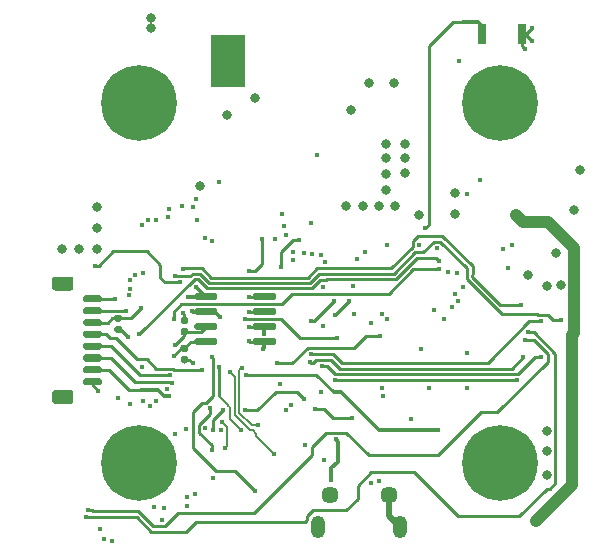
<source format=gbr>
%TF.GenerationSoftware,KiCad,Pcbnew,(5.1.6-0-10_14)*%
%TF.CreationDate,2020-11-09T18:58:44+11:00*%
%TF.ProjectId,spartan_mk1,73706172-7461-46e5-9f6d-6b312e6b6963,rev?*%
%TF.SameCoordinates,Original*%
%TF.FileFunction,Copper,L4,Bot*%
%TF.FilePolarity,Positive*%
%FSLAX46Y46*%
G04 Gerber Fmt 4.6, Leading zero omitted, Abs format (unit mm)*
G04 Created by KiCad (PCBNEW (5.1.6-0-10_14)) date 2020-11-09 18:58:44*
%MOMM*%
%LPD*%
G01*
G04 APERTURE LIST*
%TA.AperFunction,ComponentPad*%
%ADD10C,1.450000*%
%TD*%
%TA.AperFunction,ComponentPad*%
%ADD11O,1.200000X1.900000*%
%TD*%
%TA.AperFunction,ComponentPad*%
%ADD12C,6.400000*%
%TD*%
%TA.AperFunction,ComponentPad*%
%ADD13C,0.800000*%
%TD*%
%TA.AperFunction,Conductor*%
%ADD14R,2.950000X4.500000*%
%TD*%
%TA.AperFunction,ViaPad*%
%ADD15C,0.600000*%
%TD*%
%TA.AperFunction,SMDPad,CuDef*%
%ADD16R,0.800000X1.700000*%
%TD*%
%TA.AperFunction,ViaPad*%
%ADD17C,0.800000*%
%TD*%
%TA.AperFunction,ViaPad*%
%ADD18C,0.450000*%
%TD*%
%TA.AperFunction,ViaPad*%
%ADD19C,1.000000*%
%TD*%
%TA.AperFunction,Conductor*%
%ADD20C,0.250000*%
%TD*%
%TA.AperFunction,Conductor*%
%ADD21C,0.300000*%
%TD*%
%TA.AperFunction,Conductor*%
%ADD22C,1.000000*%
%TD*%
%TA.AperFunction,Conductor*%
%ADD23C,0.500000*%
%TD*%
%TA.AperFunction,Conductor*%
%ADD24C,0.200000*%
%TD*%
G04 APERTURE END LIST*
D10*
%TO.P,J1,6*%
%TO.N,Net-(J1-Pad6)*%
X76100000Y-93237500D03*
X81100000Y-93237500D03*
D11*
X75100000Y-95937500D03*
X82100000Y-95937500D03*
%TD*%
%TO.P,R16,2*%
%TO.N,/SPI_ESC_MISO*%
%TA.AperFunction,SMDPad,CuDef*%
G36*
G01*
X58372500Y-78525000D02*
X58027500Y-78525000D01*
G75*
G02*
X57880000Y-78377500I0J147500D01*
G01*
X57880000Y-78082500D01*
G75*
G02*
X58027500Y-77935000I147500J0D01*
G01*
X58372500Y-77935000D01*
G75*
G02*
X58520000Y-78082500I0J-147500D01*
G01*
X58520000Y-78377500D01*
G75*
G02*
X58372500Y-78525000I-147500J0D01*
G01*
G37*
%TD.AperFunction*%
%TO.P,R16,1*%
%TO.N,GND*%
%TA.AperFunction,SMDPad,CuDef*%
G36*
G01*
X58372500Y-79495000D02*
X58027500Y-79495000D01*
G75*
G02*
X57880000Y-79347500I0J147500D01*
G01*
X57880000Y-79052500D01*
G75*
G02*
X58027500Y-78905000I147500J0D01*
G01*
X58372500Y-78905000D01*
G75*
G02*
X58520000Y-79052500I0J-147500D01*
G01*
X58520000Y-79347500D01*
G75*
G02*
X58372500Y-79495000I-147500J0D01*
G01*
G37*
%TD.AperFunction*%
%TD*%
D12*
%TO.P,H3,1*%
%TO.N,GND*%
X90500000Y-60000000D03*
D13*
X92900000Y-60000000D03*
X92197056Y-61697056D03*
X90500000Y-62400000D03*
X88802944Y-61697056D03*
X88100000Y-60000000D03*
X88802944Y-58302944D03*
X90500000Y-57600000D03*
X92197056Y-58302944D03*
%TD*%
D12*
%TO.P,H1,1*%
%TO.N,GND*%
X90500000Y-90500000D03*
D13*
X92900000Y-90500000D03*
X92197056Y-92197056D03*
X90500000Y-92900000D03*
X88802944Y-92197056D03*
X88100000Y-90500000D03*
X88802944Y-88802944D03*
X90500000Y-88100000D03*
X92197056Y-88802944D03*
%TD*%
%TO.P,H2,1*%
%TO.N,GND*%
X61697056Y-88802944D03*
X60000000Y-88100000D03*
X58302944Y-88802944D03*
X57600000Y-90500000D03*
X58302944Y-92197056D03*
X60000000Y-92900000D03*
X61697056Y-92197056D03*
X62400000Y-90500000D03*
D12*
X60000000Y-90500000D03*
%TD*%
D13*
%TO.P,H4,1*%
%TO.N,GND*%
X61697056Y-58302944D03*
X60000000Y-57600000D03*
X58302944Y-58302944D03*
X57600000Y-60000000D03*
X58302944Y-61697056D03*
X60000000Y-62400000D03*
X61697056Y-61697056D03*
X62400000Y-60000000D03*
D12*
X60000000Y-60000000D03*
%TD*%
%TO.P,J18,1*%
%TO.N,/SPI_ESC_SCK*%
%TA.AperFunction,SMDPad,CuDef*%
G36*
G01*
X55400000Y-76300000D02*
X56650000Y-76300000D01*
G75*
G02*
X56800000Y-76450000I0J-150000D01*
G01*
X56800000Y-76750000D01*
G75*
G02*
X56650000Y-76900000I-150000J0D01*
G01*
X55400000Y-76900000D01*
G75*
G02*
X55250000Y-76750000I0J150000D01*
G01*
X55250000Y-76450000D01*
G75*
G02*
X55400000Y-76300000I150000J0D01*
G01*
G37*
%TD.AperFunction*%
%TO.P,J18,2*%
%TO.N,/SPI_ESC_MOSI*%
%TA.AperFunction,SMDPad,CuDef*%
G36*
G01*
X55400000Y-77300000D02*
X56650000Y-77300000D01*
G75*
G02*
X56800000Y-77450000I0J-150000D01*
G01*
X56800000Y-77750000D01*
G75*
G02*
X56650000Y-77900000I-150000J0D01*
G01*
X55400000Y-77900000D01*
G75*
G02*
X55250000Y-77750000I0J150000D01*
G01*
X55250000Y-77450000D01*
G75*
G02*
X55400000Y-77300000I150000J0D01*
G01*
G37*
%TD.AperFunction*%
%TO.P,J18,3*%
%TO.N,/SPI_ESC_MISO*%
%TA.AperFunction,SMDPad,CuDef*%
G36*
G01*
X55400000Y-78300000D02*
X56650000Y-78300000D01*
G75*
G02*
X56800000Y-78450000I0J-150000D01*
G01*
X56800000Y-78750000D01*
G75*
G02*
X56650000Y-78900000I-150000J0D01*
G01*
X55400000Y-78900000D01*
G75*
G02*
X55250000Y-78750000I0J150000D01*
G01*
X55250000Y-78450000D01*
G75*
G02*
X55400000Y-78300000I150000J0D01*
G01*
G37*
%TD.AperFunction*%
%TO.P,J18,4*%
%TO.N,/ESC_1_CS*%
%TA.AperFunction,SMDPad,CuDef*%
G36*
G01*
X55400000Y-79300000D02*
X56650000Y-79300000D01*
G75*
G02*
X56800000Y-79450000I0J-150000D01*
G01*
X56800000Y-79750000D01*
G75*
G02*
X56650000Y-79900000I-150000J0D01*
G01*
X55400000Y-79900000D01*
G75*
G02*
X55250000Y-79750000I0J150000D01*
G01*
X55250000Y-79450000D01*
G75*
G02*
X55400000Y-79300000I150000J0D01*
G01*
G37*
%TD.AperFunction*%
%TO.P,J18,5*%
%TO.N,/ESC_2_CS*%
%TA.AperFunction,SMDPad,CuDef*%
G36*
G01*
X55400000Y-80300000D02*
X56650000Y-80300000D01*
G75*
G02*
X56800000Y-80450000I0J-150000D01*
G01*
X56800000Y-80750000D01*
G75*
G02*
X56650000Y-80900000I-150000J0D01*
G01*
X55400000Y-80900000D01*
G75*
G02*
X55250000Y-80750000I0J150000D01*
G01*
X55250000Y-80450000D01*
G75*
G02*
X55400000Y-80300000I150000J0D01*
G01*
G37*
%TD.AperFunction*%
%TO.P,J18,6*%
%TO.N,/ESC_3_CS*%
%TA.AperFunction,SMDPad,CuDef*%
G36*
G01*
X55400000Y-81300000D02*
X56650000Y-81300000D01*
G75*
G02*
X56800000Y-81450000I0J-150000D01*
G01*
X56800000Y-81750000D01*
G75*
G02*
X56650000Y-81900000I-150000J0D01*
G01*
X55400000Y-81900000D01*
G75*
G02*
X55250000Y-81750000I0J150000D01*
G01*
X55250000Y-81450000D01*
G75*
G02*
X55400000Y-81300000I150000J0D01*
G01*
G37*
%TD.AperFunction*%
%TO.P,J18,7*%
%TO.N,/ESC_4_CS*%
%TA.AperFunction,SMDPad,CuDef*%
G36*
G01*
X55400000Y-82300000D02*
X56650000Y-82300000D01*
G75*
G02*
X56800000Y-82450000I0J-150000D01*
G01*
X56800000Y-82750000D01*
G75*
G02*
X56650000Y-82900000I-150000J0D01*
G01*
X55400000Y-82900000D01*
G75*
G02*
X55250000Y-82750000I0J150000D01*
G01*
X55250000Y-82450000D01*
G75*
G02*
X55400000Y-82300000I150000J0D01*
G01*
G37*
%TD.AperFunction*%
%TO.P,J18,8*%
%TO.N,GND*%
%TA.AperFunction,SMDPad,CuDef*%
G36*
G01*
X55400000Y-83300000D02*
X56650000Y-83300000D01*
G75*
G02*
X56800000Y-83450000I0J-150000D01*
G01*
X56800000Y-83750000D01*
G75*
G02*
X56650000Y-83900000I-150000J0D01*
G01*
X55400000Y-83900000D01*
G75*
G02*
X55250000Y-83750000I0J150000D01*
G01*
X55250000Y-83450000D01*
G75*
G02*
X55400000Y-83300000I150000J0D01*
G01*
G37*
%TD.AperFunction*%
%TO.P,J18,MP*%
%TO.N,N/C*%
%TA.AperFunction,SMDPad,CuDef*%
G36*
G01*
X52849999Y-74700000D02*
X54150001Y-74700000D01*
G75*
G02*
X54400000Y-74949999I0J-249999D01*
G01*
X54400000Y-75650001D01*
G75*
G02*
X54150001Y-75900000I-249999J0D01*
G01*
X52849999Y-75900000D01*
G75*
G02*
X52600000Y-75650001I0J249999D01*
G01*
X52600000Y-74949999D01*
G75*
G02*
X52849999Y-74700000I249999J0D01*
G01*
G37*
%TD.AperFunction*%
%TA.AperFunction,SMDPad,CuDef*%
G36*
G01*
X52849999Y-84300000D02*
X54150001Y-84300000D01*
G75*
G02*
X54400000Y-84549999I0J-249999D01*
G01*
X54400000Y-85250001D01*
G75*
G02*
X54150001Y-85500000I-249999J0D01*
G01*
X52849999Y-85500000D01*
G75*
G02*
X52600000Y-85250001I0J249999D01*
G01*
X52600000Y-84549999D01*
G75*
G02*
X52849999Y-84300000I249999J0D01*
G01*
G37*
%TD.AperFunction*%
%TD*%
%TO.P,R3,2*%
%TO.N,+3V3*%
%TA.AperFunction,SMDPad,CuDef*%
G36*
G01*
X63627500Y-81440000D02*
X63972500Y-81440000D01*
G75*
G02*
X64120000Y-81587500I0J-147500D01*
G01*
X64120000Y-81882500D01*
G75*
G02*
X63972500Y-82030000I-147500J0D01*
G01*
X63627500Y-82030000D01*
G75*
G02*
X63480000Y-81882500I0J147500D01*
G01*
X63480000Y-81587500D01*
G75*
G02*
X63627500Y-81440000I147500J0D01*
G01*
G37*
%TD.AperFunction*%
%TO.P,R3,1*%
%TO.N,/EEPROM_SDA*%
%TA.AperFunction,SMDPad,CuDef*%
G36*
G01*
X63627500Y-80470000D02*
X63972500Y-80470000D01*
G75*
G02*
X64120000Y-80617500I0J-147500D01*
G01*
X64120000Y-80912500D01*
G75*
G02*
X63972500Y-81060000I-147500J0D01*
G01*
X63627500Y-81060000D01*
G75*
G02*
X63480000Y-80912500I0J147500D01*
G01*
X63480000Y-80617500D01*
G75*
G02*
X63627500Y-80470000I147500J0D01*
G01*
G37*
%TD.AperFunction*%
%TD*%
%TO.P,R4,1*%
%TO.N,/EEPROM_SCL*%
%TA.AperFunction,SMDPad,CuDef*%
G36*
G01*
X63972500Y-79680000D02*
X63627500Y-79680000D01*
G75*
G02*
X63480000Y-79532500I0J147500D01*
G01*
X63480000Y-79237500D01*
G75*
G02*
X63627500Y-79090000I147500J0D01*
G01*
X63972500Y-79090000D01*
G75*
G02*
X64120000Y-79237500I0J-147500D01*
G01*
X64120000Y-79532500D01*
G75*
G02*
X63972500Y-79680000I-147500J0D01*
G01*
G37*
%TD.AperFunction*%
%TO.P,R4,2*%
%TO.N,+3V3*%
%TA.AperFunction,SMDPad,CuDef*%
G36*
G01*
X63972500Y-78710000D02*
X63627500Y-78710000D01*
G75*
G02*
X63480000Y-78562500I0J147500D01*
G01*
X63480000Y-78267500D01*
G75*
G02*
X63627500Y-78120000I147500J0D01*
G01*
X63972500Y-78120000D01*
G75*
G02*
X64120000Y-78267500I0J-147500D01*
G01*
X64120000Y-78562500D01*
G75*
G02*
X63972500Y-78710000I-147500J0D01*
G01*
G37*
%TD.AperFunction*%
%TD*%
%TO.P,U2,1*%
%TO.N,GND*%
%TA.AperFunction,SMDPad,CuDef*%
G36*
G01*
X71550000Y-76245000D02*
X71550000Y-76545000D01*
G75*
G02*
X71400000Y-76695000I-150000J0D01*
G01*
X69750000Y-76695000D01*
G75*
G02*
X69600000Y-76545000I0J150000D01*
G01*
X69600000Y-76245000D01*
G75*
G02*
X69750000Y-76095000I150000J0D01*
G01*
X71400000Y-76095000D01*
G75*
G02*
X71550000Y-76245000I0J-150000D01*
G01*
G37*
%TD.AperFunction*%
%TO.P,U2,2*%
%TA.AperFunction,SMDPad,CuDef*%
G36*
G01*
X71550000Y-77515000D02*
X71550000Y-77815000D01*
G75*
G02*
X71400000Y-77965000I-150000J0D01*
G01*
X69750000Y-77965000D01*
G75*
G02*
X69600000Y-77815000I0J150000D01*
G01*
X69600000Y-77515000D01*
G75*
G02*
X69750000Y-77365000I150000J0D01*
G01*
X71400000Y-77365000D01*
G75*
G02*
X71550000Y-77515000I0J-150000D01*
G01*
G37*
%TD.AperFunction*%
%TO.P,U2,3*%
%TA.AperFunction,SMDPad,CuDef*%
G36*
G01*
X71550000Y-78785000D02*
X71550000Y-79085000D01*
G75*
G02*
X71400000Y-79235000I-150000J0D01*
G01*
X69750000Y-79235000D01*
G75*
G02*
X69600000Y-79085000I0J150000D01*
G01*
X69600000Y-78785000D01*
G75*
G02*
X69750000Y-78635000I150000J0D01*
G01*
X71400000Y-78635000D01*
G75*
G02*
X71550000Y-78785000I0J-150000D01*
G01*
G37*
%TD.AperFunction*%
%TO.P,U2,4*%
%TA.AperFunction,SMDPad,CuDef*%
G36*
G01*
X71550000Y-80055000D02*
X71550000Y-80355000D01*
G75*
G02*
X71400000Y-80505000I-150000J0D01*
G01*
X69750000Y-80505000D01*
G75*
G02*
X69600000Y-80355000I0J150000D01*
G01*
X69600000Y-80055000D01*
G75*
G02*
X69750000Y-79905000I150000J0D01*
G01*
X71400000Y-79905000D01*
G75*
G02*
X71550000Y-80055000I0J-150000D01*
G01*
G37*
%TD.AperFunction*%
%TO.P,U2,5*%
%TO.N,/EEPROM_SDA*%
%TA.AperFunction,SMDPad,CuDef*%
G36*
G01*
X66600000Y-80055000D02*
X66600000Y-80355000D01*
G75*
G02*
X66450000Y-80505000I-150000J0D01*
G01*
X64800000Y-80505000D01*
G75*
G02*
X64650000Y-80355000I0J150000D01*
G01*
X64650000Y-80055000D01*
G75*
G02*
X64800000Y-79905000I150000J0D01*
G01*
X66450000Y-79905000D01*
G75*
G02*
X66600000Y-80055000I0J-150000D01*
G01*
G37*
%TD.AperFunction*%
%TO.P,U2,6*%
%TO.N,/EEPROM_SCL*%
%TA.AperFunction,SMDPad,CuDef*%
G36*
G01*
X66600000Y-78785000D02*
X66600000Y-79085000D01*
G75*
G02*
X66450000Y-79235000I-150000J0D01*
G01*
X64800000Y-79235000D01*
G75*
G02*
X64650000Y-79085000I0J150000D01*
G01*
X64650000Y-78785000D01*
G75*
G02*
X64800000Y-78635000I150000J0D01*
G01*
X66450000Y-78635000D01*
G75*
G02*
X66600000Y-78785000I0J-150000D01*
G01*
G37*
%TD.AperFunction*%
%TO.P,U2,7*%
%TO.N,GND*%
%TA.AperFunction,SMDPad,CuDef*%
G36*
G01*
X66600000Y-77515000D02*
X66600000Y-77815000D01*
G75*
G02*
X66450000Y-77965000I-150000J0D01*
G01*
X64800000Y-77965000D01*
G75*
G02*
X64650000Y-77815000I0J150000D01*
G01*
X64650000Y-77515000D01*
G75*
G02*
X64800000Y-77365000I150000J0D01*
G01*
X66450000Y-77365000D01*
G75*
G02*
X66600000Y-77515000I0J-150000D01*
G01*
G37*
%TD.AperFunction*%
%TO.P,U2,8*%
%TO.N,+3V3*%
%TA.AperFunction,SMDPad,CuDef*%
G36*
G01*
X66600000Y-76245000D02*
X66600000Y-76545000D01*
G75*
G02*
X66450000Y-76695000I-150000J0D01*
G01*
X64800000Y-76695000D01*
G75*
G02*
X64650000Y-76545000I0J150000D01*
G01*
X64650000Y-76245000D01*
G75*
G02*
X64800000Y-76095000I150000J0D01*
G01*
X66450000Y-76095000D01*
G75*
G02*
X66600000Y-76245000I0J-150000D01*
G01*
G37*
%TD.AperFunction*%
%TD*%
D14*
%TO.N,GND*%
%TO.C,U6*%
X67461000Y-56436000D03*
D15*
X68061000Y-58236000D03*
X68061000Y-57036000D03*
X66861000Y-57036000D03*
X66861000Y-58236000D03*
X68061000Y-54636000D03*
X68061000Y-55736000D03*
X66861000Y-55736000D03*
X66861000Y-54636000D03*
%TD*%
D16*
%TO.P,SW1,2*%
%TO.N,GND*%
X92400000Y-54200000D03*
%TO.P,SW1,1*%
%TO.N,BOOT0*%
X89000000Y-54200000D03*
%TD*%
D17*
%TO.N,+3V3*%
X81600000Y-68700000D03*
X80300000Y-68700000D03*
X78900000Y-68700000D03*
X77500000Y-68700000D03*
X82500000Y-65900000D03*
X80900000Y-66000000D03*
X80900000Y-67400000D03*
X82500000Y-64700000D03*
X80900000Y-64700000D03*
D18*
X87050000Y-56450000D03*
D17*
X80900000Y-63500000D03*
X82500000Y-63500000D03*
D18*
X60200000Y-70300000D03*
X64800000Y-75600000D03*
X73000000Y-72600000D03*
X59192105Y-75717810D03*
X62300000Y-84200000D03*
X66872712Y-87700530D03*
X63900000Y-87600000D03*
X63000000Y-88000000D03*
X65581002Y-87521814D03*
X64500000Y-82000000D03*
X86500000Y-77300000D03*
X78200000Y-77900000D03*
X83700000Y-72000000D03*
X83000000Y-86800000D03*
X84500000Y-84100000D03*
X78100000Y-75500000D03*
X73000000Y-73300000D03*
X60700000Y-69900000D03*
X61400000Y-69900000D03*
X59100000Y-76300000D03*
X60200000Y-82400000D03*
X64150000Y-76400000D03*
X73900000Y-72750000D03*
X74650000Y-72800000D03*
X63700000Y-77800000D03*
X84900000Y-77500000D03*
X85800000Y-78300000D03*
X79600000Y-78600000D03*
D17*
X94500000Y-75500000D03*
X92900000Y-74600000D03*
D18*
X71900000Y-83800000D03*
D17*
%TO.N,GND*%
X79400000Y-58300000D03*
X81550000Y-58300000D03*
X77900000Y-60600000D03*
D18*
X75050000Y-64450000D03*
X66700000Y-66700000D03*
X72100000Y-69450000D03*
X64500000Y-68850000D03*
D17*
X65100000Y-67050000D03*
D18*
X63600000Y-68750000D03*
D17*
X86700000Y-67650000D03*
D18*
X88800000Y-66550000D03*
D17*
X86700000Y-69400000D03*
X83700000Y-69500000D03*
D18*
X61400000Y-85200000D03*
X60300000Y-85200000D03*
X75600000Y-90200000D03*
X59200000Y-75000000D03*
X62100000Y-94300000D03*
X57700000Y-97100000D03*
X65574573Y-71466525D03*
X86700000Y-76200000D03*
X81000000Y-72000000D03*
X85200000Y-72300000D03*
X64450003Y-77600000D03*
X69300000Y-80200000D03*
X69300000Y-79000000D03*
X69300000Y-77700000D03*
X69300000Y-76400000D03*
X80600000Y-84800000D03*
X80500000Y-84100000D03*
X83800000Y-80800000D03*
X81000000Y-78300000D03*
X64000000Y-94100000D03*
D17*
X56400000Y-68800000D03*
X53400000Y-72400000D03*
X54900000Y-72400000D03*
X56400000Y-72400000D03*
X56400000Y-70600000D03*
D18*
X59000000Y-79800000D03*
X56500000Y-84400000D03*
X87700000Y-84100000D03*
X87700000Y-81200000D03*
X66100000Y-71700000D03*
X62400000Y-69700000D03*
X62500000Y-69000000D03*
X64900000Y-69900000D03*
X59600000Y-74600000D03*
X60300000Y-74400000D03*
X60900000Y-85700000D03*
X74000000Y-89000000D03*
X64000000Y-93400000D03*
X64700000Y-93100000D03*
X61900000Y-95300000D03*
X61200000Y-94200000D03*
X57000000Y-96900000D03*
X56700000Y-96100000D03*
X87700000Y-67700000D03*
X86100000Y-74300000D03*
X86900000Y-74400000D03*
X87400000Y-75600000D03*
X87000000Y-76800000D03*
X70500000Y-80800000D03*
X70550000Y-79550000D03*
X66850000Y-78150000D03*
X80500000Y-77850000D03*
X75400000Y-72850000D03*
X75700000Y-73449980D03*
X78400000Y-73200000D03*
X79100000Y-72600000D03*
X91200000Y-74000000D03*
X91500000Y-72000000D03*
X90800000Y-72400000D03*
D17*
X96800000Y-69100000D03*
X97300000Y-65700000D03*
D18*
X92600000Y-55400000D03*
X93200000Y-54800000D03*
X93200000Y-53700000D03*
D17*
X94475000Y-89456240D03*
X94475000Y-91496009D03*
D18*
X79612500Y-92169791D03*
X80300000Y-92000000D03*
X64800000Y-68100000D03*
D17*
X69800000Y-59600000D03*
D18*
X72400000Y-71200000D03*
X72200000Y-70400000D03*
X71500000Y-71500000D03*
X74500000Y-70200000D03*
X66200000Y-91800000D03*
D17*
X67400000Y-61000000D03*
X61000000Y-53700000D03*
X61000000Y-52800000D03*
X95700000Y-75400000D03*
X95300000Y-72700000D03*
X94475000Y-87800000D03*
D18*
X58200000Y-85000000D03*
X59200000Y-85500000D03*
X75400000Y-84500000D03*
X72400000Y-86000000D03*
X72800000Y-85600000D03*
D19*
%TO.N,+5V*%
X93600000Y-95400000D03*
X91900000Y-69500000D03*
D18*
%TO.N,/V_USB*%
X76244669Y-91955331D03*
X76600000Y-88500000D03*
%TO.N,/SBUS_TX*%
X69000000Y-83000000D03*
X85300000Y-87700000D03*
%TO.N,/UART2_RX*%
X63000000Y-74650003D03*
X95700000Y-78400000D03*
%TO.N,/UART2_TX*%
X92300000Y-77100000D03*
X63648383Y-74100003D03*
%TO.N,/UART3_TX*%
X74448570Y-81947977D03*
X92500000Y-81500000D03*
%TO.N,/UART3_RX*%
X74551667Y-81273256D03*
X94000000Y-78500000D03*
X68665577Y-82442628D03*
X70000000Y-87300000D03*
%TO.N,/UART5_TX*%
X92000000Y-83500000D03*
X76559891Y-83499974D03*
%TO.N,/UART5_RX*%
X94000000Y-81500000D03*
X75450000Y-82299999D03*
%TO.N,/GPIO_1*%
X55500000Y-95100000D03*
X92863909Y-79413909D03*
X75550000Y-75600000D03*
X75500000Y-78900000D03*
%TO.N,/GPIO_2*%
X55650000Y-94450000D03*
X80400000Y-79750000D03*
X71650000Y-82050000D03*
X92600000Y-80100000D03*
%TO.N,/GEN_ADC*%
X63400000Y-75200003D03*
X56250000Y-73800000D03*
%TO.N,/SWDIO*%
X78000000Y-86700000D03*
X74900000Y-85900000D03*
%TO.N,/NRST*%
X68965577Y-78257372D03*
X76700000Y-79900000D03*
X70400000Y-71500000D03*
X69300000Y-74200000D03*
%TO.N,/ESC_DSHOT_1*%
X67000000Y-87050000D03*
X67275000Y-89200000D03*
%TO.N,/ESC_DSHOT_3*%
X66750000Y-82400000D03*
X68595919Y-87704081D03*
%TO.N,/ESC_DSHOT_4*%
X66100000Y-81500000D03*
X69800000Y-92900000D03*
%TO.N,/SPI_ESC_SCK*%
X57900000Y-76600000D03*
%TO.N,/SPI_ESC_MOSI*%
X58900000Y-77600000D03*
%TO.N,/SPI_ESC_MISO*%
X60100000Y-77400000D03*
%TO.N,/ESC_1_CS*%
X66216963Y-87699027D03*
X67100000Y-86000000D03*
X65300000Y-82600000D03*
%TO.N,/ESC_2_CS*%
X62552262Y-83050000D03*
%TO.N,/ESC_3_CS*%
X62763095Y-83675638D03*
%TO.N,/ESC_4_CS*%
X62541404Y-84803512D03*
%TO.N,/SBUS_RX*%
X68977199Y-86022801D03*
X73935999Y-85050001D03*
%TO.N,/GYRO_SCL*%
X77700000Y-76800000D03*
X76550000Y-77950000D03*
%TO.N,/EEPROM_SDA*%
X62900000Y-81400000D03*
%TO.N,/EEPROM_SCL*%
X63000000Y-80500000D03*
%TO.N,/BUZZER*%
X76500000Y-76800000D03*
X74500000Y-78500000D03*
%TO.N,BOOT0*%
X87500000Y-53150000D03*
X84200000Y-70600000D03*
%TO.N,/GYRO_FSYNC*%
X85400000Y-74100000D03*
X62900000Y-78300000D03*
%TO.N,/GYRO_INT*%
X85400000Y-73400000D03*
X60000000Y-79585998D03*
%TO.N,/CURR_SENSE*%
X67700000Y-82800000D03*
X71425000Y-89700000D03*
%TO.N,/STM32 Controller/USER_LED_1*%
X72000000Y-73900000D03*
X73500000Y-71600000D03*
%TO.N,/STM32 Controller/USER_LED_2*%
X65930000Y-85840000D03*
X66100000Y-89400000D03*
%TD*%
D20*
%TO.N,+3V3*%
X65595000Y-76395000D02*
X64800000Y-75600000D01*
X65625000Y-76395000D02*
X65595000Y-76395000D01*
X63800000Y-81735000D02*
X63800000Y-81900000D01*
X64235000Y-81735000D02*
X64500000Y-82000000D01*
X63800000Y-81735000D02*
X64235000Y-81735000D01*
D21*
X65625000Y-76395000D02*
X64155000Y-76395000D01*
X64155000Y-76395000D02*
X64150000Y-76400000D01*
D20*
X63800000Y-78415000D02*
X63800000Y-78275099D01*
X63800000Y-77900000D02*
X63700000Y-77800000D01*
X63800000Y-78415000D02*
X63800000Y-77900000D01*
%TO.N,GND*%
X64515003Y-77665000D02*
X64450003Y-77600000D01*
X65625000Y-77665000D02*
X64515003Y-77665000D01*
X69305000Y-80205000D02*
X69300000Y-80200000D01*
X70575000Y-80205000D02*
X69305000Y-80205000D01*
X69365000Y-78935000D02*
X69300000Y-79000000D01*
X70575000Y-78935000D02*
X69365000Y-78935000D01*
X69335000Y-77665000D02*
X69300000Y-77700000D01*
X70575000Y-77665000D02*
X69335000Y-77665000D01*
X69305000Y-76395000D02*
X69300000Y-76400000D01*
X70575000Y-76395000D02*
X69305000Y-76395000D01*
X58400000Y-79200000D02*
X59000000Y-79800000D01*
X58200000Y-79200000D02*
X58400000Y-79200000D01*
X56025000Y-83925000D02*
X56500000Y-84400000D01*
X56025000Y-83600000D02*
X56025000Y-83925000D01*
D21*
X70575000Y-80725000D02*
X70500000Y-80800000D01*
X70575000Y-80205000D02*
X70575000Y-80725000D01*
X70575000Y-79525000D02*
X70550000Y-79550000D01*
X70575000Y-78935000D02*
X70575000Y-79525000D01*
X66365000Y-77665000D02*
X66850000Y-78150000D01*
X65625000Y-77665000D02*
X66365000Y-77665000D01*
D20*
X92400000Y-55200000D02*
X92600000Y-55400000D01*
X92400000Y-54200000D02*
X92400000Y-55200000D01*
X92600000Y-54200000D02*
X93200000Y-54800000D01*
X92400000Y-54200000D02*
X92600000Y-54200000D01*
X92700000Y-54200000D02*
X93200000Y-53700000D01*
X92400000Y-54200000D02*
X92700000Y-54200000D01*
D22*
%TO.N,+5V*%
X96625001Y-92374999D02*
X96625001Y-79674999D01*
X93600000Y-95400000D02*
X96625001Y-92374999D01*
X96625001Y-79674999D02*
X96800000Y-79500000D01*
X96800000Y-79500000D02*
X96800000Y-72300000D01*
X96800000Y-72300000D02*
X94600000Y-70100000D01*
X94600000Y-70100000D02*
X93900000Y-70100000D01*
X92500000Y-70100000D02*
X91900000Y-69500000D01*
X93900000Y-70100000D02*
X92500000Y-70100000D01*
D21*
%TO.N,/V_USB*%
X76244669Y-91955331D02*
X76244669Y-90955331D01*
X76244669Y-90955331D02*
X76800000Y-90400000D01*
X76800000Y-88700000D02*
X76600000Y-88500000D01*
X76800000Y-90400000D02*
X76800000Y-88700000D01*
D23*
%TO.N,Net-(J1-Pad6)*%
X81100000Y-94937500D02*
X82100000Y-95937500D01*
X81100000Y-93237500D02*
X81100000Y-94937500D01*
D20*
%TO.N,/SBUS_TX*%
X74985998Y-83000000D02*
X76485998Y-84500000D01*
X69000000Y-83000000D02*
X74985998Y-83000000D01*
D21*
X76485998Y-84500000D02*
X77100000Y-84500000D01*
X77100000Y-84500000D02*
X79500000Y-86900000D01*
X79500000Y-86900000D02*
X80300000Y-87700000D01*
X80300000Y-87700000D02*
X85300000Y-87700000D01*
D20*
%TO.N,/UART2_RX*%
X87700000Y-74900000D02*
X90700000Y-77900000D01*
X63000000Y-74650003D02*
X64299585Y-74650003D01*
X87700000Y-73985998D02*
X87700000Y-74900000D01*
X64299585Y-74650003D02*
X64499598Y-74449990D01*
X64499598Y-74449990D02*
X65100403Y-74449991D01*
X65100403Y-74449991D02*
X65900402Y-75249990D01*
X81513600Y-74449990D02*
X83313600Y-72649990D01*
X65900402Y-75249990D02*
X74413600Y-75249990D01*
X85464001Y-71749999D02*
X87700000Y-73985998D01*
X74413600Y-75249990D02*
X75213600Y-74449990D01*
X75213600Y-74449990D02*
X81513600Y-74449990D01*
X84036008Y-72649990D02*
X84935999Y-71749999D01*
X83313600Y-72649990D02*
X84036008Y-72649990D01*
X84935999Y-71749999D02*
X85464001Y-71749999D01*
X93749999Y-77949999D02*
X94549999Y-77949999D01*
X93700000Y-77900000D02*
X93749999Y-77949999D01*
X90700000Y-77900000D02*
X93700000Y-77900000D01*
X95000000Y-78400000D02*
X95700000Y-78400000D01*
X94549999Y-77949999D02*
X95000000Y-78400000D01*
%TO.N,/UART2_TX*%
X65286803Y-73999981D02*
X66086802Y-74799980D01*
X74227200Y-74799980D02*
X75027200Y-73999980D01*
X66086802Y-74799980D02*
X74227200Y-74799980D01*
X75027200Y-73999980D02*
X81327200Y-73999980D01*
X83586009Y-71299989D02*
X85650402Y-71299990D01*
X83149999Y-72177181D02*
X83149999Y-71735999D01*
X83149999Y-71735999D02*
X83586009Y-71299989D01*
X81327200Y-73999980D02*
X83149999Y-72177181D01*
X88200000Y-74500000D02*
X88150010Y-74549990D01*
X88200000Y-73849588D02*
X88200000Y-74500000D01*
X85650402Y-71299990D02*
X88200000Y-73849588D01*
X88150010Y-74549990D02*
X88150010Y-74713600D01*
X90536410Y-77100000D02*
X92300000Y-77100000D01*
X88150010Y-74713600D02*
X90536410Y-77100000D01*
X63748405Y-73999981D02*
X63648383Y-74100003D01*
X65286803Y-73999981D02*
X63748405Y-73999981D01*
%TO.N,/UART3_TX*%
X74448570Y-81947977D02*
X74448570Y-81948570D01*
X76249999Y-81749999D02*
X76999979Y-82499979D01*
X74936516Y-81749999D02*
X76249999Y-81749999D01*
X74686515Y-82000000D02*
X74936516Y-81749999D01*
X74500000Y-82000000D02*
X74686515Y-82000000D01*
X74448570Y-81948570D02*
X74500000Y-82000000D01*
X91500021Y-82499979D02*
X92500000Y-81500000D01*
X76999979Y-82499979D02*
X91500021Y-82499979D01*
%TO.N,/UART3_RX*%
X76409666Y-81273256D02*
X77136410Y-82000000D01*
X74551667Y-81273256D02*
X76409666Y-81273256D01*
X77136410Y-82000000D02*
X89500000Y-82000000D01*
X89500000Y-82000000D02*
X93000000Y-78500000D01*
X93000000Y-78500000D02*
X94000000Y-78500000D01*
D24*
X68452198Y-82656007D02*
X68452198Y-86252198D01*
X68665577Y-82442628D02*
X68452198Y-82656007D01*
X69500000Y-87300000D02*
X70000000Y-87300000D01*
X68452198Y-86252198D02*
X69500000Y-87300000D01*
D20*
%TO.N,/UART5_TX*%
X76559917Y-83500000D02*
X76559891Y-83499974D01*
X92000000Y-83500000D02*
X76559917Y-83500000D01*
%TO.N,/UART5_RX*%
X93500000Y-81500000D02*
X94000000Y-81500000D01*
X92050011Y-82949989D02*
X93500000Y-81500000D01*
X76563991Y-82949989D02*
X92050011Y-82949989D01*
X75914002Y-82300000D02*
X76563991Y-82949989D01*
X75450001Y-82300000D02*
X75450000Y-82299999D01*
X75914002Y-82300000D02*
X75450001Y-82300000D01*
%TO.N,/GPIO_1*%
X63949990Y-96300010D02*
X60963600Y-96300010D01*
X64750000Y-95500000D02*
X63949990Y-96300010D01*
X59763590Y-95100000D02*
X55500000Y-95100000D01*
X74200000Y-95000000D02*
X74200000Y-95300000D01*
X74700000Y-94500000D02*
X74200000Y-95000000D01*
X77500000Y-94500000D02*
X74700000Y-94500000D01*
X78500000Y-93500000D02*
X77500000Y-94500000D01*
X74000000Y-95500000D02*
X64750000Y-95500000D01*
X78500000Y-92400000D02*
X78500000Y-93500000D01*
X74200000Y-95300000D02*
X74000000Y-95500000D01*
X79635999Y-91249999D02*
X79635999Y-91264001D01*
X87000000Y-95000000D02*
X83249999Y-91249999D01*
X79635999Y-91264001D02*
X78500000Y-92400000D01*
X94499999Y-92650001D02*
X92150000Y-95000000D01*
X94764001Y-92650001D02*
X94499999Y-92650001D01*
X95200000Y-92214002D02*
X94764001Y-92650001D01*
X60963600Y-96300010D02*
X59763590Y-95100000D01*
X93364321Y-79413909D02*
X95200000Y-81249588D01*
X83249999Y-91249999D02*
X79635999Y-91249999D01*
X92150000Y-95000000D02*
X87000000Y-95000000D01*
X95200000Y-81249588D02*
X95200000Y-92214002D01*
X92863909Y-79413909D02*
X93364321Y-79413909D01*
%TO.N,/GPIO_2*%
X55650000Y-94450000D02*
X55968198Y-94450000D01*
X80400000Y-79750000D02*
X79150000Y-79750000D01*
X78176745Y-80723255D02*
X74276745Y-80723255D01*
X79150000Y-79750000D02*
X78176745Y-80723255D01*
X74276745Y-80723255D02*
X72950000Y-82050000D01*
X72950000Y-82050000D02*
X71650000Y-82050000D01*
X92600000Y-80100000D02*
X93414002Y-80100000D01*
X94550001Y-81235999D02*
X94550001Y-81899999D01*
X93414002Y-80100000D02*
X94550001Y-81235999D01*
X94550001Y-81899999D02*
X90300000Y-86150000D01*
X90300000Y-86150000D02*
X88950000Y-86150000D01*
X88950000Y-86150000D02*
X85250000Y-89850000D01*
X85250000Y-89850000D02*
X79400000Y-89850000D01*
X77499999Y-87949999D02*
X75800001Y-87949999D01*
X79400000Y-89850000D02*
X77499999Y-87949999D01*
X75800001Y-87949999D02*
X74600000Y-89150000D01*
X74600000Y-89150000D02*
X74600000Y-89850000D01*
X74600000Y-89850000D02*
X69700000Y-94750000D01*
X62164002Y-95850000D02*
X61150000Y-95850000D01*
X63264002Y-94750000D02*
X62164002Y-95850000D01*
X69700000Y-94750000D02*
X63264002Y-94750000D01*
X59849999Y-94549999D02*
X56068197Y-94549999D01*
X56068197Y-94549999D02*
X55968198Y-94450000D01*
X61150000Y-95850000D02*
X59849999Y-94549999D01*
%TO.N,/GEN_ADC*%
X63400000Y-75200003D02*
X62450004Y-75200004D01*
X62449999Y-75199999D02*
X62149999Y-75199999D01*
X62450004Y-75200004D02*
X62449999Y-75199999D01*
X62149999Y-75199999D02*
X61750000Y-74800000D01*
X61750000Y-74800000D02*
X61750000Y-73700000D01*
X61750000Y-73700000D02*
X60600000Y-72550000D01*
X60600000Y-72550000D02*
X57800000Y-72550000D01*
X56550000Y-73800000D02*
X56250000Y-73800000D01*
X57800000Y-72550000D02*
X56550000Y-73800000D01*
%TO.N,/SWDIO*%
X78000000Y-86700000D02*
X76400000Y-86700000D01*
X75600000Y-85900000D02*
X74900000Y-85900000D01*
X76400000Y-86700000D02*
X75600000Y-85900000D01*
%TO.N,/NRST*%
X69609990Y-78309990D02*
X72009990Y-78309990D01*
X69557372Y-78257372D02*
X69609990Y-78309990D01*
X68965577Y-78257372D02*
X69557372Y-78257372D01*
X73600000Y-79900000D02*
X76700000Y-79900000D01*
X72009990Y-78309990D02*
X73600000Y-79900000D01*
X70400000Y-71500000D02*
X70400000Y-73600000D01*
X69800000Y-74200000D02*
X69300000Y-74200000D01*
X70400000Y-73600000D02*
X69800000Y-74200000D01*
D24*
%TO.N,/ESC_DSHOT_1*%
X67000000Y-87050816D02*
X67000000Y-87050000D01*
X67397713Y-87448529D02*
X67000000Y-87050816D01*
X67397713Y-89077287D02*
X67397713Y-87448529D01*
X67275000Y-89200000D02*
X67397713Y-89077287D01*
D20*
%TO.N,/ESC_DSHOT_3*%
X66750000Y-82400000D02*
X66750000Y-84750000D01*
D24*
X66750000Y-84750000D02*
X66750000Y-84850000D01*
X66750000Y-84850000D02*
X67500000Y-85600000D01*
X67500000Y-85622998D02*
X67652180Y-85775178D01*
X67500000Y-85600000D02*
X67500000Y-85622998D01*
X67652180Y-86760342D02*
X68595919Y-87704081D01*
X67652180Y-85775178D02*
X67652180Y-86760342D01*
%TO.N,/ESC_DSHOT_4*%
X69800000Y-92800000D02*
X69800000Y-92900000D01*
D20*
X66500000Y-91200000D02*
X68100000Y-91200000D01*
X64549984Y-89249984D02*
X66500000Y-91200000D01*
X68100000Y-91200000D02*
X69800000Y-92900000D01*
X64549984Y-86150016D02*
X64549984Y-89249984D01*
X65600000Y-85400000D02*
X65300000Y-85400000D01*
X66200000Y-84800000D02*
X65600000Y-85400000D01*
X66200000Y-81600000D02*
X66200000Y-84800000D01*
X65300000Y-85400000D02*
X64549984Y-86150016D01*
X66100000Y-81500000D02*
X66200000Y-81600000D01*
%TO.N,/SPI_ESC_SCK*%
X57900000Y-76600000D02*
X56025000Y-76600000D01*
%TO.N,/SPI_ESC_MOSI*%
X58900000Y-77600000D02*
X56025000Y-77600000D01*
%TO.N,/SPI_ESC_MISO*%
X59270000Y-78230000D02*
X58200000Y-78230000D01*
X60100000Y-77400000D02*
X59270000Y-78230000D01*
X58200000Y-78230000D02*
X57670000Y-78230000D01*
X57300000Y-78600000D02*
X56025000Y-78600000D01*
X57670000Y-78230000D02*
X57300000Y-78600000D01*
%TO.N,/ESC_1_CS*%
X66216963Y-86883037D02*
X67100000Y-86000000D01*
X66216963Y-87699027D02*
X66216963Y-86883037D01*
X62916264Y-82600000D02*
X62816264Y-82500000D01*
X65300000Y-82600000D02*
X62916264Y-82600000D01*
X58000000Y-79900000D02*
X57500000Y-79900000D01*
X57500000Y-79900000D02*
X57200000Y-79600000D01*
X57200000Y-79600000D02*
X56025000Y-79600000D01*
X62816264Y-82500000D02*
X61400000Y-82500000D01*
X61400000Y-82500000D02*
X60600000Y-81700000D01*
X59800000Y-81700000D02*
X58000000Y-79900000D01*
X60600000Y-81700000D02*
X59800000Y-81700000D01*
%TO.N,/ESC_2_CS*%
X60050000Y-83050000D02*
X57600000Y-80600000D01*
X57600000Y-80600000D02*
X56025000Y-80600000D01*
X62552262Y-83050000D02*
X60050000Y-83050000D01*
%TO.N,/ESC_3_CS*%
X57600000Y-81600000D02*
X56025000Y-81600000D01*
X62687457Y-83600000D02*
X59600000Y-83600000D01*
X59600000Y-83600000D02*
X57600000Y-81600000D01*
X62763095Y-83675638D02*
X62687457Y-83600000D01*
D21*
%TO.N,/ESC_4_CS*%
X62052510Y-84803512D02*
X61548998Y-84300000D01*
X62541404Y-84803512D02*
X62052510Y-84803512D01*
X61548998Y-84300000D02*
X60100000Y-84300000D01*
D20*
X60100000Y-84300000D02*
X59100000Y-84300000D01*
X57400000Y-82600000D02*
X56025000Y-82600000D01*
X59100000Y-84300000D02*
X57400000Y-82600000D01*
%TO.N,/SBUS_RX*%
X68977199Y-86022801D02*
X69977199Y-86022801D01*
X73349999Y-84464001D02*
X73935999Y-85050001D01*
X71535999Y-84464001D02*
X73349999Y-84464001D01*
X69977199Y-86022801D02*
X71535999Y-84464001D01*
X73935999Y-85050001D02*
X73935999Y-85050001D01*
%TO.N,/GYRO_SCL*%
X77700000Y-76800000D02*
X76550000Y-77950000D01*
%TO.N,/EEPROM_SDA*%
X64360000Y-80205000D02*
X63800000Y-80765000D01*
X65625000Y-80205000D02*
X64360000Y-80205000D01*
X63535000Y-80765000D02*
X62900000Y-81400000D01*
X63800000Y-80765000D02*
X63535000Y-80765000D01*
%TO.N,/EEPROM_SCL*%
X65175000Y-79385000D02*
X63800000Y-79385000D01*
X65625000Y-78935000D02*
X65175000Y-79385000D01*
X63800000Y-79700000D02*
X63000000Y-80500000D01*
X63800000Y-79385000D02*
X63800000Y-79700000D01*
%TO.N,/BUZZER*%
X74800000Y-78500000D02*
X74500000Y-78500000D01*
X76500000Y-76800000D02*
X74800000Y-78500000D01*
D21*
%TO.N,BOOT0*%
X89000000Y-54200000D02*
X89000000Y-53450000D01*
X88700000Y-53150000D02*
X87500000Y-53150000D01*
X89000000Y-53450000D02*
X88700000Y-53150000D01*
D20*
X84500000Y-55200000D02*
X86550000Y-53150000D01*
X86550000Y-53150000D02*
X87500000Y-53150000D01*
X84500000Y-70300000D02*
X84500000Y-55200000D01*
X84200000Y-70600000D02*
X84500000Y-70300000D01*
%TO.N,/GYRO_FSYNC*%
X85400000Y-74100000D02*
X83200000Y-74100000D01*
X83200000Y-74100000D02*
X81100000Y-76200000D01*
X81100000Y-76200000D02*
X72900000Y-76200000D01*
X62900000Y-77685998D02*
X62900000Y-78300000D01*
X63546008Y-77039990D02*
X62900000Y-77685998D01*
X72060010Y-77039990D02*
X63546008Y-77039990D01*
X72900000Y-76200000D02*
X72060010Y-77039990D01*
%TO.N,/GYRO_INT*%
X85400000Y-73400000D02*
X85100000Y-73100000D01*
X85100000Y-73100000D02*
X83500000Y-73100000D01*
X83500000Y-73100000D02*
X81700000Y-74900000D01*
X64685998Y-74900000D02*
X60000000Y-79585998D01*
X75800001Y-74999999D02*
X75300001Y-74999999D01*
X75900000Y-74900000D02*
X75800001Y-74999999D01*
X81700000Y-74900000D02*
X75900000Y-74900000D01*
X75300001Y-74999999D02*
X74600000Y-75700000D01*
X74600000Y-75700000D02*
X65714002Y-75700000D01*
X64914002Y-74900000D02*
X64685998Y-74900000D01*
X65714002Y-75700000D02*
X64914002Y-74900000D01*
D24*
%TO.N,/CURR_SENSE*%
X68000000Y-83100000D02*
X67700000Y-82800000D01*
X68052190Y-83152190D02*
X68000000Y-83100000D01*
X68052190Y-86417888D02*
X68052190Y-83152190D01*
X69099990Y-87465688D02*
X68052190Y-86417888D01*
X69334311Y-87700010D02*
X69099990Y-87465688D01*
X69900000Y-88175000D02*
X69900000Y-88000000D01*
X69600010Y-87700010D02*
X69334311Y-87700010D01*
X69900000Y-88000000D02*
X69600010Y-87700010D01*
X71425000Y-89700000D02*
X69900000Y-88175000D01*
D20*
%TO.N,/STM32 Controller/USER_LED_1*%
X72000000Y-73900000D02*
X72000000Y-72600000D01*
X73000000Y-71600000D02*
X73500000Y-71600000D01*
X72000000Y-72600000D02*
X73000000Y-71600000D01*
%TO.N,/STM32 Controller/USER_LED_2*%
X65930000Y-85840000D02*
X65930000Y-86358814D01*
X65031001Y-87257813D02*
X65031001Y-87931001D01*
X65930000Y-86358814D02*
X65031001Y-87257813D01*
X66100000Y-89000000D02*
X66100000Y-89400000D01*
X65031001Y-87931001D02*
X66100000Y-89000000D01*
%TD*%
M02*

</source>
